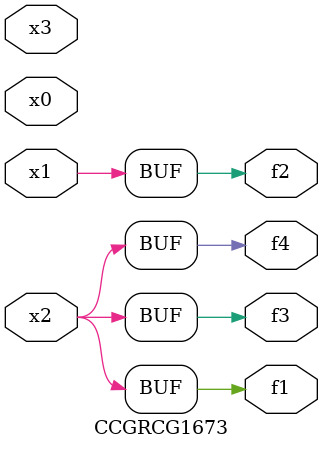
<source format=v>
module CCGRCG1673(
	input x0, x1, x2, x3,
	output f1, f2, f3, f4
);
	assign f1 = x2;
	assign f2 = x1;
	assign f3 = x2;
	assign f4 = x2;
endmodule

</source>
